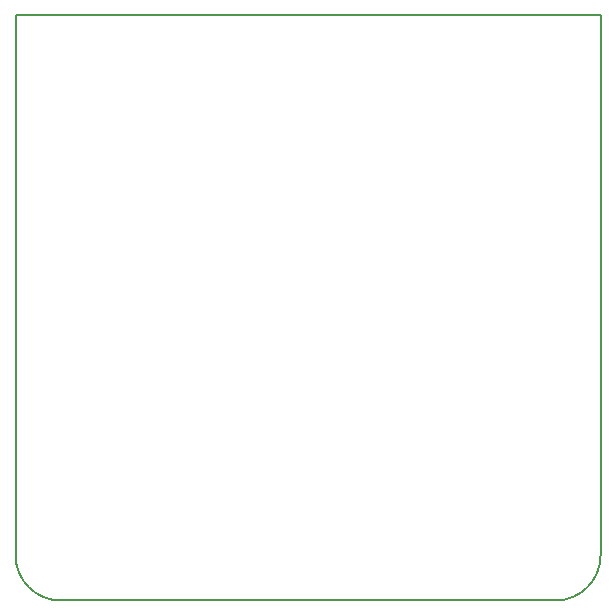
<source format=gbr>
G04 #@! TF.FileFunction,Profile,NP*
%FSLAX46Y46*%
G04 Gerber Fmt 4.6, Leading zero omitted, Abs format (unit mm)*
G04 Created by KiCad (PCBNEW 4.0.5+dfsg1-4~bpo8+1) date Mon May  8 03:03:41 2017*
%MOMM*%
%LPD*%
G01*
G04 APERTURE LIST*
%ADD10C,0.100000*%
%ADD11C,0.150000*%
G04 APERTURE END LIST*
D10*
D11*
X143510000Y-54610000D02*
X143510000Y-50800000D01*
X93980000Y-54610000D02*
X93980000Y-50800000D01*
X143510000Y-50800000D02*
X93980000Y-50800000D01*
X93980000Y-96520000D02*
X93980000Y-54610000D01*
X139700000Y-100330000D02*
X97790000Y-100330000D01*
X143510000Y-54610000D02*
X143510000Y-96520000D01*
X93980000Y-96520000D02*
G75*
G03X97790000Y-100330000I3810000J0D01*
G01*
X139700000Y-100330000D02*
G75*
G03X143510000Y-96520000I0J3810000D01*
G01*
M02*

</source>
